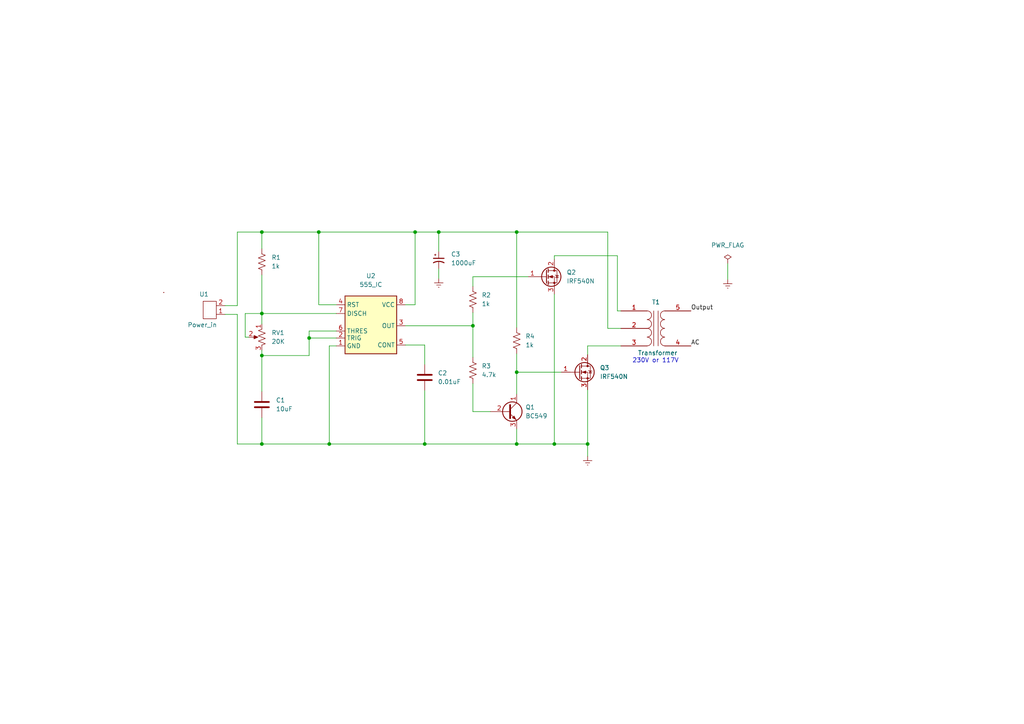
<source format=kicad_sch>
(kicad_sch (version 20211123) (generator eeschema)

  (uuid 02d06b34-8c63-47a9-b2c1-0cbdf51fa9c1)

  (paper "A4")

  (title_block
    (title "555 IC")
    (date "2022-05-16")
    (rev "v.1.1")
    (company "zhrzkn")
  )

  (lib_symbols
    (symbol "Device:C" (pin_numbers hide) (pin_names (offset 0.254)) (in_bom yes) (on_board yes)
      (property "Reference" "C" (id 0) (at 0.635 2.54 0)
        (effects (font (size 1.27 1.27)) (justify left))
      )
      (property "Value" "C" (id 1) (at 0.635 -2.54 0)
        (effects (font (size 1.27 1.27)) (justify left))
      )
      (property "Footprint" "" (id 2) (at 0.9652 -3.81 0)
        (effects (font (size 1.27 1.27)) hide)
      )
      (property "Datasheet" "~" (id 3) (at 0 0 0)
        (effects (font (size 1.27 1.27)) hide)
      )
      (property "ki_keywords" "cap capacitor" (id 4) (at 0 0 0)
        (effects (font (size 1.27 1.27)) hide)
      )
      (property "ki_description" "Unpolarized capacitor" (id 5) (at 0 0 0)
        (effects (font (size 1.27 1.27)) hide)
      )
      (property "ki_fp_filters" "C_*" (id 6) (at 0 0 0)
        (effects (font (size 1.27 1.27)) hide)
      )
      (symbol "C_0_1"
        (polyline
          (pts
            (xy -2.032 -0.762)
            (xy 2.032 -0.762)
          )
          (stroke (width 0.508) (type default) (color 0 0 0 0))
          (fill (type none))
        )
        (polyline
          (pts
            (xy -2.032 0.762)
            (xy 2.032 0.762)
          )
          (stroke (width 0.508) (type default) (color 0 0 0 0))
          (fill (type none))
        )
      )
      (symbol "C_1_1"
        (pin passive line (at 0 3.81 270) (length 2.794)
          (name "~" (effects (font (size 1.27 1.27))))
          (number "1" (effects (font (size 1.27 1.27))))
        )
        (pin passive line (at 0 -3.81 90) (length 2.794)
          (name "~" (effects (font (size 1.27 1.27))))
          (number "2" (effects (font (size 1.27 1.27))))
        )
      )
    )
    (symbol "Device:C_Polarized_Small_US" (pin_numbers hide) (pin_names (offset 0.254) hide) (in_bom yes) (on_board yes)
      (property "Reference" "C" (id 0) (at 0.254 1.778 0)
        (effects (font (size 1.27 1.27)) (justify left))
      )
      (property "Value" "C_Polarized_Small_US" (id 1) (at 0.254 -2.032 0)
        (effects (font (size 1.27 1.27)) (justify left))
      )
      (property "Footprint" "" (id 2) (at 0 0 0)
        (effects (font (size 1.27 1.27)) hide)
      )
      (property "Datasheet" "~" (id 3) (at 0 0 0)
        (effects (font (size 1.27 1.27)) hide)
      )
      (property "ki_keywords" "cap capacitor" (id 4) (at 0 0 0)
        (effects (font (size 1.27 1.27)) hide)
      )
      (property "ki_description" "Polarized capacitor, small US symbol" (id 5) (at 0 0 0)
        (effects (font (size 1.27 1.27)) hide)
      )
      (property "ki_fp_filters" "CP_*" (id 6) (at 0 0 0)
        (effects (font (size 1.27 1.27)) hide)
      )
      (symbol "C_Polarized_Small_US_0_1"
        (polyline
          (pts
            (xy -1.524 0.508)
            (xy 1.524 0.508)
          )
          (stroke (width 0.3048) (type default) (color 0 0 0 0))
          (fill (type none))
        )
        (polyline
          (pts
            (xy -1.27 1.524)
            (xy -0.762 1.524)
          )
          (stroke (width 0) (type default) (color 0 0 0 0))
          (fill (type none))
        )
        (polyline
          (pts
            (xy -1.016 1.27)
            (xy -1.016 1.778)
          )
          (stroke (width 0) (type default) (color 0 0 0 0))
          (fill (type none))
        )
        (arc (start 1.524 -0.762) (mid 0 -0.3734) (end -1.524 -0.762)
          (stroke (width 0.3048) (type default) (color 0 0 0 0))
          (fill (type none))
        )
      )
      (symbol "C_Polarized_Small_US_1_1"
        (pin passive line (at 0 2.54 270) (length 2.032)
          (name "~" (effects (font (size 1.27 1.27))))
          (number "1" (effects (font (size 1.27 1.27))))
        )
        (pin passive line (at 0 -2.54 90) (length 2.032)
          (name "~" (effects (font (size 1.27 1.27))))
          (number "2" (effects (font (size 1.27 1.27))))
        )
      )
    )
    (symbol "Device:R_Potentiometer_US" (pin_names (offset 1.016) hide) (in_bom yes) (on_board yes)
      (property "Reference" "RV" (id 0) (at -4.445 0 90)
        (effects (font (size 1.27 1.27)))
      )
      (property "Value" "R_Potentiometer_US" (id 1) (at -2.54 0 90)
        (effects (font (size 1.27 1.27)))
      )
      (property "Footprint" "" (id 2) (at 0 0 0)
        (effects (font (size 1.27 1.27)) hide)
      )
      (property "Datasheet" "~" (id 3) (at 0 0 0)
        (effects (font (size 1.27 1.27)) hide)
      )
      (property "ki_keywords" "resistor variable" (id 4) (at 0 0 0)
        (effects (font (size 1.27 1.27)) hide)
      )
      (property "ki_description" "Potentiometer, US symbol" (id 5) (at 0 0 0)
        (effects (font (size 1.27 1.27)) hide)
      )
      (property "ki_fp_filters" "Potentiometer*" (id 6) (at 0 0 0)
        (effects (font (size 1.27 1.27)) hide)
      )
      (symbol "R_Potentiometer_US_0_1"
        (polyline
          (pts
            (xy 0 -2.286)
            (xy 0 -2.54)
          )
          (stroke (width 0) (type default) (color 0 0 0 0))
          (fill (type none))
        )
        (polyline
          (pts
            (xy 0 2.54)
            (xy 0 2.286)
          )
          (stroke (width 0) (type default) (color 0 0 0 0))
          (fill (type none))
        )
        (polyline
          (pts
            (xy 2.54 0)
            (xy 1.524 0)
          )
          (stroke (width 0) (type default) (color 0 0 0 0))
          (fill (type none))
        )
        (polyline
          (pts
            (xy 1.143 0)
            (xy 2.286 0.508)
            (xy 2.286 -0.508)
            (xy 1.143 0)
          )
          (stroke (width 0) (type default) (color 0 0 0 0))
          (fill (type outline))
        )
        (polyline
          (pts
            (xy 0 -0.762)
            (xy 1.016 -1.143)
            (xy 0 -1.524)
            (xy -1.016 -1.905)
            (xy 0 -2.286)
          )
          (stroke (width 0) (type default) (color 0 0 0 0))
          (fill (type none))
        )
        (polyline
          (pts
            (xy 0 0.762)
            (xy 1.016 0.381)
            (xy 0 0)
            (xy -1.016 -0.381)
            (xy 0 -0.762)
          )
          (stroke (width 0) (type default) (color 0 0 0 0))
          (fill (type none))
        )
        (polyline
          (pts
            (xy 0 2.286)
            (xy 1.016 1.905)
            (xy 0 1.524)
            (xy -1.016 1.143)
            (xy 0 0.762)
          )
          (stroke (width 0) (type default) (color 0 0 0 0))
          (fill (type none))
        )
      )
      (symbol "R_Potentiometer_US_1_1"
        (pin passive line (at 0 3.81 270) (length 1.27)
          (name "1" (effects (font (size 1.27 1.27))))
          (number "1" (effects (font (size 1.27 1.27))))
        )
        (pin passive line (at 3.81 0 180) (length 1.27)
          (name "2" (effects (font (size 1.27 1.27))))
          (number "2" (effects (font (size 1.27 1.27))))
        )
        (pin passive line (at 0 -3.81 90) (length 1.27)
          (name "3" (effects (font (size 1.27 1.27))))
          (number "3" (effects (font (size 1.27 1.27))))
        )
      )
    )
    (symbol "Device:R_US" (pin_numbers hide) (pin_names (offset 0)) (in_bom yes) (on_board yes)
      (property "Reference" "R" (id 0) (at 2.54 0 90)
        (effects (font (size 1.27 1.27)))
      )
      (property "Value" "R_US" (id 1) (at -2.54 0 90)
        (effects (font (size 1.27 1.27)))
      )
      (property "Footprint" "" (id 2) (at 1.016 -0.254 90)
        (effects (font (size 1.27 1.27)) hide)
      )
      (property "Datasheet" "~" (id 3) (at 0 0 0)
        (effects (font (size 1.27 1.27)) hide)
      )
      (property "ki_keywords" "R res resistor" (id 4) (at 0 0 0)
        (effects (font (size 1.27 1.27)) hide)
      )
      (property "ki_description" "Resistor, US symbol" (id 5) (at 0 0 0)
        (effects (font (size 1.27 1.27)) hide)
      )
      (property "ki_fp_filters" "R_*" (id 6) (at 0 0 0)
        (effects (font (size 1.27 1.27)) hide)
      )
      (symbol "R_US_0_1"
        (polyline
          (pts
            (xy 0 -2.286)
            (xy 0 -2.54)
          )
          (stroke (width 0) (type default) (color 0 0 0 0))
          (fill (type none))
        )
        (polyline
          (pts
            (xy 0 2.286)
            (xy 0 2.54)
          )
          (stroke (width 0) (type default) (color 0 0 0 0))
          (fill (type none))
        )
        (polyline
          (pts
            (xy 0 -0.762)
            (xy 1.016 -1.143)
            (xy 0 -1.524)
            (xy -1.016 -1.905)
            (xy 0 -2.286)
          )
          (stroke (width 0) (type default) (color 0 0 0 0))
          (fill (type none))
        )
        (polyline
          (pts
            (xy 0 0.762)
            (xy 1.016 0.381)
            (xy 0 0)
            (xy -1.016 -0.381)
            (xy 0 -0.762)
          )
          (stroke (width 0) (type default) (color 0 0 0 0))
          (fill (type none))
        )
        (polyline
          (pts
            (xy 0 2.286)
            (xy 1.016 1.905)
            (xy 0 1.524)
            (xy -1.016 1.143)
            (xy 0 0.762)
          )
          (stroke (width 0) (type default) (color 0 0 0 0))
          (fill (type none))
        )
      )
      (symbol "R_US_1_1"
        (pin passive line (at 0 3.81 270) (length 1.27)
          (name "~" (effects (font (size 1.27 1.27))))
          (number "1" (effects (font (size 1.27 1.27))))
        )
        (pin passive line (at 0 -3.81 90) (length 1.27)
          (name "~" (effects (font (size 1.27 1.27))))
          (number "2" (effects (font (size 1.27 1.27))))
        )
      )
    )
    (symbol "Device:Transformer_SP_1S" (pin_names (offset 1.016) hide) (in_bom yes) (on_board yes)
      (property "Reference" "T" (id 0) (at 0 6.35 0)
        (effects (font (size 1.27 1.27)))
      )
      (property "Value" "Transformer_SP_1S" (id 1) (at 0 -7.62 0)
        (effects (font (size 1.27 1.27)))
      )
      (property "Footprint" "" (id 2) (at 0 0 0)
        (effects (font (size 1.27 1.27)) hide)
      )
      (property "Datasheet" "~" (id 3) (at 0 0 0)
        (effects (font (size 1.27 1.27)) hide)
      )
      (property "ki_keywords" "transformer coil magnet" (id 4) (at 0 0 0)
        (effects (font (size 1.27 1.27)) hide)
      )
      (property "ki_description" "Transformer, split primary, single secondary" (id 5) (at 0 0 0)
        (effects (font (size 1.27 1.27)) hide)
      )
      (symbol "Transformer_SP_1S_0_1"
        (arc (start -2.54 -5.0546) (mid -1.6599 -4.6901) (end -1.27 -3.81)
          (stroke (width 0) (type default) (color 0 0 0 0))
          (fill (type none))
        )
        (arc (start -2.54 -2.5146) (mid -1.6599 -2.1501) (end -1.27 -1.27)
          (stroke (width 0) (type default) (color 0 0 0 0))
          (fill (type none))
        )
        (arc (start -2.54 0.0254) (mid -1.6599 0.3899) (end -1.27 1.27)
          (stroke (width 0) (type default) (color 0 0 0 0))
          (fill (type none))
        )
        (arc (start -2.54 2.5654) (mid -1.6599 2.9299) (end -1.27 3.81)
          (stroke (width 0) (type default) (color 0 0 0 0))
          (fill (type none))
        )
        (arc (start -1.27 -3.81) (mid -1.642 -2.912) (end -2.54 -2.54)
          (stroke (width 0) (type default) (color 0 0 0 0))
          (fill (type none))
        )
        (arc (start -1.27 -1.27) (mid -1.642 -0.372) (end -2.54 0)
          (stroke (width 0) (type default) (color 0 0 0 0))
          (fill (type none))
        )
        (arc (start -1.27 1.27) (mid -1.642 2.168) (end -2.54 2.54)
          (stroke (width 0) (type default) (color 0 0 0 0))
          (fill (type none))
        )
        (arc (start -1.27 3.81) (mid -1.642 4.708) (end -2.54 5.08)
          (stroke (width 0) (type default) (color 0 0 0 0))
          (fill (type none))
        )
        (polyline
          (pts
            (xy -0.635 5.08)
            (xy -0.635 -5.08)
          )
          (stroke (width 0) (type default) (color 0 0 0 0))
          (fill (type none))
        )
        (polyline
          (pts
            (xy 0.635 -5.08)
            (xy 0.635 5.08)
          )
          (stroke (width 0) (type default) (color 0 0 0 0))
          (fill (type none))
        )
        (arc (start 1.2954 -1.27) (mid 1.6599 -2.1501) (end 2.54 -2.5146)
          (stroke (width 0) (type default) (color 0 0 0 0))
          (fill (type none))
        )
        (arc (start 1.2954 1.27) (mid 1.6599 0.3899) (end 2.54 0.0254)
          (stroke (width 0) (type default) (color 0 0 0 0))
          (fill (type none))
        )
        (arc (start 1.2954 3.81) (mid 1.6599 2.9299) (end 2.54 2.5654)
          (stroke (width 0) (type default) (color 0 0 0 0))
          (fill (type none))
        )
        (arc (start 1.3208 -3.81) (mid 1.6853 -4.6901) (end 2.5654 -5.0546)
          (stroke (width 0) (type default) (color 0 0 0 0))
          (fill (type none))
        )
        (arc (start 2.54 0) (mid 1.642 -0.372) (end 1.2954 -1.27)
          (stroke (width 0) (type default) (color 0 0 0 0))
          (fill (type none))
        )
        (arc (start 2.54 2.54) (mid 1.642 2.168) (end 1.2954 1.27)
          (stroke (width 0) (type default) (color 0 0 0 0))
          (fill (type none))
        )
        (arc (start 2.54 5.08) (mid 1.642 4.708) (end 1.2954 3.81)
          (stroke (width 0) (type default) (color 0 0 0 0))
          (fill (type none))
        )
        (arc (start 2.5654 -2.54) (mid 1.6674 -2.912) (end 1.3208 -3.81)
          (stroke (width 0) (type default) (color 0 0 0 0))
          (fill (type none))
        )
      )
      (symbol "Transformer_SP_1S_1_1"
        (pin passive line (at -10.16 5.08 0) (length 7.62)
          (name "PR1" (effects (font (size 1.27 1.27))))
          (number "1" (effects (font (size 1.27 1.27))))
        )
        (pin passive line (at -10.16 0 0) (length 7.62)
          (name "PM" (effects (font (size 1.27 1.27))))
          (number "2" (effects (font (size 1.27 1.27))))
        )
        (pin passive line (at -10.16 -5.08 0) (length 7.62)
          (name "PR2" (effects (font (size 1.27 1.27))))
          (number "3" (effects (font (size 1.27 1.27))))
        )
        (pin passive line (at 10.16 -5.08 180) (length 7.62)
          (name "S1" (effects (font (size 1.27 1.27))))
          (number "4" (effects (font (size 1.27 1.27))))
        )
        (pin passive line (at 10.16 5.08 180) (length 7.62)
          (name "S2" (effects (font (size 1.27 1.27))))
          (number "5" (effects (font (size 1.27 1.27))))
        )
      )
    )
    (symbol "Transistor_BJT:BC549" (pin_names (offset 0) hide) (in_bom yes) (on_board yes)
      (property "Reference" "Q" (id 0) (at 5.08 1.905 0)
        (effects (font (size 1.27 1.27)) (justify left))
      )
      (property "Value" "BC549" (id 1) (at 5.08 0 0)
        (effects (font (size 1.27 1.27)) (justify left))
      )
      (property "Footprint" "Package_TO_SOT_THT:TO-92_Inline" (id 2) (at 5.08 -1.905 0)
        (effects (font (size 1.27 1.27) italic) (justify left) hide)
      )
      (property "Datasheet" "https://www.onsemi.com/pub/Collateral/BC550-D.pdf" (id 3) (at 0 0 0)
        (effects (font (size 1.27 1.27)) (justify left) hide)
      )
      (property "ki_keywords" "NPN Transistor" (id 4) (at 0 0 0)
        (effects (font (size 1.27 1.27)) hide)
      )
      (property "ki_description" "0.1A Ic, 30V Vce, Small Signal NPN Transistor, TO-92" (id 5) (at 0 0 0)
        (effects (font (size 1.27 1.27)) hide)
      )
      (property "ki_fp_filters" "TO?92*" (id 6) (at 0 0 0)
        (effects (font (size 1.27 1.27)) hide)
      )
      (symbol "BC549_0_1"
        (polyline
          (pts
            (xy 0 0)
            (xy 0.635 0)
          )
          (stroke (width 0) (type default) (color 0 0 0 0))
          (fill (type none))
        )
        (polyline
          (pts
            (xy 0.635 0.635)
            (xy 2.54 2.54)
          )
          (stroke (width 0) (type default) (color 0 0 0 0))
          (fill (type none))
        )
        (polyline
          (pts
            (xy 0.635 -0.635)
            (xy 2.54 -2.54)
            (xy 2.54 -2.54)
          )
          (stroke (width 0) (type default) (color 0 0 0 0))
          (fill (type none))
        )
        (polyline
          (pts
            (xy 0.635 1.905)
            (xy 0.635 -1.905)
            (xy 0.635 -1.905)
          )
          (stroke (width 0.508) (type default) (color 0 0 0 0))
          (fill (type none))
        )
        (polyline
          (pts
            (xy 1.27 -1.778)
            (xy 1.778 -1.27)
            (xy 2.286 -2.286)
            (xy 1.27 -1.778)
            (xy 1.27 -1.778)
          )
          (stroke (width 0) (type default) (color 0 0 0 0))
          (fill (type outline))
        )
        (circle (center 1.27 0) (radius 2.8194)
          (stroke (width 0.254) (type default) (color 0 0 0 0))
          (fill (type none))
        )
      )
      (symbol "BC549_1_1"
        (pin passive line (at 2.54 5.08 270) (length 2.54)
          (name "C" (effects (font (size 1.27 1.27))))
          (number "1" (effects (font (size 1.27 1.27))))
        )
        (pin input line (at -5.08 0 0) (length 5.08)
          (name "B" (effects (font (size 1.27 1.27))))
          (number "2" (effects (font (size 1.27 1.27))))
        )
        (pin passive line (at 2.54 -5.08 90) (length 2.54)
          (name "E" (effects (font (size 1.27 1.27))))
          (number "3" (effects (font (size 1.27 1.27))))
        )
      )
    )
    (symbol "Transistor_FET:IRF540N" (pin_names hide) (in_bom yes) (on_board yes)
      (property "Reference" "Q" (id 0) (at 6.35 1.905 0)
        (effects (font (size 1.27 1.27)) (justify left))
      )
      (property "Value" "IRF540N" (id 1) (at 6.35 0 0)
        (effects (font (size 1.27 1.27)) (justify left))
      )
      (property "Footprint" "Package_TO_SOT_THT:TO-220-3_Vertical" (id 2) (at 6.35 -1.905 0)
        (effects (font (size 1.27 1.27) italic) (justify left) hide)
      )
      (property "Datasheet" "http://www.irf.com/product-info/datasheets/data/irf540n.pdf" (id 3) (at 0 0 0)
        (effects (font (size 1.27 1.27)) (justify left) hide)
      )
      (property "ki_keywords" "HEXFET N-Channel MOSFET" (id 4) (at 0 0 0)
        (effects (font (size 1.27 1.27)) hide)
      )
      (property "ki_description" "33A Id, 100V Vds, HEXFET N-Channel MOSFET, TO-220" (id 5) (at 0 0 0)
        (effects (font (size 1.27 1.27)) hide)
      )
      (property "ki_fp_filters" "TO?220*" (id 6) (at 0 0 0)
        (effects (font (size 1.27 1.27)) hide)
      )
      (symbol "IRF540N_0_1"
        (polyline
          (pts
            (xy 0.254 0)
            (xy -2.54 0)
          )
          (stroke (width 0) (type default) (color 0 0 0 0))
          (fill (type none))
        )
        (polyline
          (pts
            (xy 0.254 1.905)
            (xy 0.254 -1.905)
          )
          (stroke (width 0.254) (type default) (color 0 0 0 0))
          (fill (type none))
        )
        (polyline
          (pts
            (xy 0.762 -1.27)
            (xy 0.762 -2.286)
          )
          (stroke (width 0.254) (type default) (color 0 0 0 0))
          (fill (type none))
        )
        (polyline
          (pts
            (xy 0.762 0.508)
            (xy 0.762 -0.508)
          )
          (stroke (width 0.254) (type default) (color 0 0 0 0))
          (fill (type none))
        )
        (polyline
          (pts
            (xy 0.762 2.286)
            (xy 0.762 1.27)
          )
          (stroke (width 0.254) (type default) (color 0 0 0 0))
          (fill (type none))
        )
        (polyline
          (pts
            (xy 2.54 2.54)
            (xy 2.54 1.778)
          )
          (stroke (width 0) (type default) (color 0 0 0 0))
          (fill (type none))
        )
        (polyline
          (pts
            (xy 2.54 -2.54)
            (xy 2.54 0)
            (xy 0.762 0)
          )
          (stroke (width 0) (type default) (color 0 0 0 0))
          (fill (type none))
        )
        (polyline
          (pts
            (xy 0.762 -1.778)
            (xy 3.302 -1.778)
            (xy 3.302 1.778)
            (xy 0.762 1.778)
          )
          (stroke (width 0) (type default) (color 0 0 0 0))
          (fill (type none))
        )
        (polyline
          (pts
            (xy 1.016 0)
            (xy 2.032 0.381)
            (xy 2.032 -0.381)
            (xy 1.016 0)
          )
          (stroke (width 0) (type default) (color 0 0 0 0))
          (fill (type outline))
        )
        (polyline
          (pts
            (xy 2.794 0.508)
            (xy 2.921 0.381)
            (xy 3.683 0.381)
            (xy 3.81 0.254)
          )
          (stroke (width 0) (type default) (color 0 0 0 0))
          (fill (type none))
        )
        (polyline
          (pts
            (xy 3.302 0.381)
            (xy 2.921 -0.254)
            (xy 3.683 -0.254)
            (xy 3.302 0.381)
          )
          (stroke (width 0) (type default) (color 0 0 0 0))
          (fill (type none))
        )
        (circle (center 1.651 0) (radius 2.794)
          (stroke (width 0.254) (type default) (color 0 0 0 0))
          (fill (type none))
        )
        (circle (center 2.54 -1.778) (radius 0.254)
          (stroke (width 0) (type default) (color 0 0 0 0))
          (fill (type outline))
        )
        (circle (center 2.54 1.778) (radius 0.254)
          (stroke (width 0) (type default) (color 0 0 0 0))
          (fill (type outline))
        )
      )
      (symbol "IRF540N_1_1"
        (pin input line (at -5.08 0 0) (length 2.54)
          (name "G" (effects (font (size 1.27 1.27))))
          (number "1" (effects (font (size 1.27 1.27))))
        )
        (pin passive line (at 2.54 5.08 270) (length 2.54)
          (name "D" (effects (font (size 1.27 1.27))))
          (number "2" (effects (font (size 1.27 1.27))))
        )
        (pin passive line (at 2.54 -5.08 90) (length 2.54)
          (name "S" (effects (font (size 1.27 1.27))))
          (number "3" (effects (font (size 1.27 1.27))))
        )
      )
    )
    (symbol "extra_library:555_IC" (in_bom yes) (on_board yes)
      (property "Reference" "U" (id 0) (at 1.524 1.27 0)
        (effects (font (size 1.27 1.27)))
      )
      (property "Value" "555_IC" (id 1) (at 7.366 -18.034 0)
        (effects (font (size 1.27 1.27)))
      )
      (property "Footprint" "" (id 2) (at 0 0 0)
        (effects (font (size 1.27 1.27)) hide)
      )
      (property "Datasheet" "" (id 3) (at 0 0 0)
        (effects (font (size 1.27 1.27)) hide)
      )
      (symbol "555_IC_0_1"
        (rectangle (start 0 0) (end 14.986 -16.764)
          (stroke (width 0.254) (type default) (color 0 0 0 0))
          (fill (type background))
        )
      )
      (symbol "555_IC_1_1"
        (pin power_in line (at -2.54 -14.478 0) (length 2.54)
          (name "GND" (effects (font (size 1.27 1.27))))
          (number "1" (effects (font (size 1.27 1.27))))
        )
        (pin input line (at -2.54 -12.192 0) (length 2.54)
          (name "TRIG" (effects (font (size 1.27 1.27))))
          (number "2" (effects (font (size 1.27 1.27))))
        )
        (pin output line (at 17.526 -8.636 180) (length 2.54)
          (name "OUT" (effects (font (size 1.27 1.27))))
          (number "3" (effects (font (size 1.27 1.27))))
        )
        (pin input line (at -2.54 -2.54 0) (length 2.54)
          (name "RST" (effects (font (size 1.27 1.27))))
          (number "4" (effects (font (size 1.27 1.27))))
        )
        (pin input line (at 17.526 -14.224 180) (length 2.54)
          (name "CONT" (effects (font (size 1.27 1.27))))
          (number "5" (effects (font (size 1.27 1.27))))
        )
        (pin input line (at -2.54 -10.16 0) (length 2.54)
          (name "THRES" (effects (font (size 1.27 1.27))))
          (number "6" (effects (font (size 1.27 1.27))))
        )
        (pin input line (at -2.54 -5.08 0) (length 2.54)
          (name "DISCH" (effects (font (size 1.27 1.27))))
          (number "7" (effects (font (size 1.27 1.27))))
        )
        (pin output line (at 17.526 -2.54 180) (length 2.54)
          (name "VCC" (effects (font (size 1.27 1.27))))
          (number "8" (effects (font (size 1.27 1.27))))
        )
      )
    )
    (symbol "extra_library:Power_in" (in_bom yes) (on_board yes)
      (property "Reference" "U" (id 0) (at -1.27 1.27 0)
        (effects (font (size 1.27 1.27)))
      )
      (property "Value" "Power_in" (id 1) (at 2.54 -6.35 0)
        (effects (font (size 1.27 1.27)))
      )
      (property "Footprint" "" (id 2) (at 0 0 0)
        (effects (font (size 1.27 1.27)) hide)
      )
      (property "Datasheet" "" (id 3) (at 0 0 0)
        (effects (font (size 1.27 1.27)) hide)
      )
      (symbol "Power_in_0_1"
        (rectangle (start 0 0) (end 3.81 -5.08)
          (stroke (width 0) (type default) (color 0 0 0 0))
          (fill (type none))
        )
        (circle (center 15.24 2.54) (radius 0.0001)
          (stroke (width 0) (type default) (color 0 0 0 0))
          (fill (type none))
        )
      )
      (symbol "Power_in_1_1"
        (pin input line (at -2.54 -3.81 0) (length 2.54)
          (name "" (effects (font (size 1.27 1.27))))
          (number "1" (effects (font (size 1.27 1.27))))
        )
        (pin input line (at -2.54 -1.27 0) (length 2.54)
          (name "" (effects (font (size 1.27 1.27))))
          (number "2" (effects (font (size 1.27 1.27))))
        )
      )
    )
    (symbol "power:Earth" (power) (pin_names (offset 0)) (in_bom yes) (on_board yes)
      (property "Reference" "#PWR" (id 0) (at 0 -6.35 0)
        (effects (font (size 1.27 1.27)) hide)
      )
      (property "Value" "Earth" (id 1) (at 0 -3.81 0)
        (effects (font (size 1.27 1.27)) hide)
      )
      (property "Footprint" "" (id 2) (at 0 0 0)
        (effects (font (size 1.27 1.27)) hide)
      )
      (property "Datasheet" "~" (id 3) (at 0 0 0)
        (effects (font (size 1.27 1.27)) hide)
      )
      (property "ki_keywords" "power-flag ground gnd" (id 4) (at 0 0 0)
        (effects (font (size 1.27 1.27)) hide)
      )
      (property "ki_description" "Power symbol creates a global label with name \"Earth\"" (id 5) (at 0 0 0)
        (effects (font (size 1.27 1.27)) hide)
      )
      (symbol "Earth_0_1"
        (polyline
          (pts
            (xy -0.635 -1.905)
            (xy 0.635 -1.905)
          )
          (stroke (width 0) (type default) (color 0 0 0 0))
          (fill (type none))
        )
        (polyline
          (pts
            (xy -0.127 -2.54)
            (xy 0.127 -2.54)
          )
          (stroke (width 0) (type default) (color 0 0 0 0))
          (fill (type none))
        )
        (polyline
          (pts
            (xy 0 -1.27)
            (xy 0 0)
          )
          (stroke (width 0) (type default) (color 0 0 0 0))
          (fill (type none))
        )
        (polyline
          (pts
            (xy 1.27 -1.27)
            (xy -1.27 -1.27)
          )
          (stroke (width 0) (type default) (color 0 0 0 0))
          (fill (type none))
        )
      )
      (symbol "Earth_1_1"
        (pin power_in line (at 0 0 270) (length 0) hide
          (name "Earth" (effects (font (size 1.27 1.27))))
          (number "1" (effects (font (size 1.27 1.27))))
        )
      )
    )
    (symbol "power:PWR_FLAG" (power) (pin_numbers hide) (pin_names (offset 0) hide) (in_bom yes) (on_board yes)
      (property "Reference" "#FLG" (id 0) (at 0 1.905 0)
        (effects (font (size 1.27 1.27)) hide)
      )
      (property "Value" "PWR_FLAG" (id 1) (at 0 3.81 0)
        (effects (font (size 1.27 1.27)))
      )
      (property "Footprint" "" (id 2) (at 0 0 0)
        (effects (font (size 1.27 1.27)) hide)
      )
      (property "Datasheet" "~" (id 3) (at 0 0 0)
        (effects (font (size 1.27 1.27)) hide)
      )
      (property "ki_keywords" "power-flag" (id 4) (at 0 0 0)
        (effects (font (size 1.27 1.27)) hide)
      )
      (property "ki_description" "Special symbol for telling ERC where power comes from" (id 5) (at 0 0 0)
        (effects (font (size 1.27 1.27)) hide)
      )
      (symbol "PWR_FLAG_0_0"
        (pin power_out line (at 0 0 90) (length 0)
          (name "pwr" (effects (font (size 1.27 1.27))))
          (number "1" (effects (font (size 1.27 1.27))))
        )
      )
      (symbol "PWR_FLAG_0_1"
        (polyline
          (pts
            (xy 0 0)
            (xy 0 1.27)
            (xy -1.016 1.905)
            (xy 0 2.54)
            (xy 1.016 1.905)
            (xy 0 1.27)
          )
          (stroke (width 0) (type default) (color 0 0 0 0))
          (fill (type none))
        )
      )
    )
  )

  (junction (at 149.86 67.31) (diameter 0) (color 0 0 0 0)
    (uuid 13cb3abf-e049-444c-8935-7e5e4bbf5510)
  )
  (junction (at 95.504 128.778) (diameter 0) (color 0 0 0 0)
    (uuid 35ab8763-bf98-436e-84d2-c3a825fd5ef6)
  )
  (junction (at 120.396 67.31) (diameter 0) (color 0 0 0 0)
    (uuid 59565757-3d86-4457-85c3-98d7a630b88d)
  )
  (junction (at 92.456 67.31) (diameter 0) (color 0 0 0 0)
    (uuid 59edbafc-26f7-4e5f-ad3d-5e8d70b1fb3e)
  )
  (junction (at 75.946 67.31) (diameter 0) (color 0 0 0 0)
    (uuid 6546f5d7-038b-40a9-a64a-a3ed84254674)
  )
  (junction (at 149.86 128.778) (diameter 0) (color 0 0 0 0)
    (uuid 6a93011b-3695-45bb-acd5-bf1a2d44f159)
  )
  (junction (at 89.662 98.044) (diameter 0) (color 0 0 0 0)
    (uuid 6e8548e5-878e-4465-9ad0-397a0c4a50f2)
  )
  (junction (at 160.782 128.778) (diameter 0) (color 0 0 0 0)
    (uuid 99d0e31f-6315-4630-91db-0f8c5aafee91)
  )
  (junction (at 123.19 128.778) (diameter 0) (color 0 0 0 0)
    (uuid 9dc53a7f-2b1c-4ea7-a13c-8db5584c5730)
  )
  (junction (at 75.946 103.124) (diameter 0) (color 0 0 0 0)
    (uuid a09a5189-34ee-4063-a0c1-2b02d9a7c3b9)
  )
  (junction (at 149.86 107.95) (diameter 0) (color 0 0 0 0)
    (uuid d27cba3d-c3f0-495d-871b-4e5e7dccd642)
  )
  (junction (at 75.946 128.778) (diameter 0) (color 0 0 0 0)
    (uuid dde8ff99-c4db-4061-bf5c-b3858cdf5143)
  )
  (junction (at 127.254 67.31) (diameter 0) (color 0 0 0 0)
    (uuid e16aba42-83df-48b5-a109-b648e7c134e8)
  )
  (junction (at 75.946 90.932) (diameter 0) (color 0 0 0 0)
    (uuid eaf2eae0-ecd4-429b-9533-10df6f00913e)
  )
  (junction (at 170.434 128.778) (diameter 0) (color 0 0 0 0)
    (uuid ebc1bc7a-82e5-401b-a3c6-ef57c198dc5d)
  )
  (junction (at 137.16 94.488) (diameter 0) (color 0 0 0 0)
    (uuid f8b2f930-fedb-4e9b-ab0f-9b6ea9645f1f)
  )

  (wire (pts (xy 71.12 90.932) (xy 71.12 97.79))
    (stroke (width 0) (type default) (color 0 0 0 0))
    (uuid 01ac3e9a-981a-45b0-9acd-9983cf172c3a)
  )
  (wire (pts (xy 137.16 111.252) (xy 137.16 119.38))
    (stroke (width 0) (type default) (color 0 0 0 0))
    (uuid 03e356e2-63c6-4dd2-8e03-827cab98d864)
  )
  (wire (pts (xy 120.396 67.31) (xy 127.254 67.31))
    (stroke (width 0) (type default) (color 0 0 0 0))
    (uuid 07923386-2f55-4e93-8e74-6efdb3b3254a)
  )
  (wire (pts (xy 75.946 128.778) (xy 95.504 128.778))
    (stroke (width 0) (type default) (color 0 0 0 0))
    (uuid 09fd2159-5cd1-44c0-bf7b-e0d9b1799d63)
  )
  (wire (pts (xy 97.536 96.012) (xy 89.662 96.012))
    (stroke (width 0) (type default) (color 0 0 0 0))
    (uuid 16d466e8-a6e9-4ac6-826b-55e4e84b653f)
  )
  (wire (pts (xy 75.946 72.136) (xy 75.946 67.31))
    (stroke (width 0) (type default) (color 0 0 0 0))
    (uuid 18be5271-d7ca-48f6-9f24-d390f77d842c)
  )
  (wire (pts (xy 179.07 74.168) (xy 179.07 90.17))
    (stroke (width 0) (type default) (color 0 0 0 0))
    (uuid 1cc842e0-9ff8-4bb5-aed5-9ecf60283b91)
  )
  (wire (pts (xy 65.278 88.646) (xy 68.834 88.646))
    (stroke (width 0) (type default) (color 0 0 0 0))
    (uuid 1ed95654-6543-4ddc-9b0f-14d0e3664a51)
  )
  (wire (pts (xy 170.434 128.778) (xy 170.434 132.334))
    (stroke (width 0) (type default) (color 0 0 0 0))
    (uuid 1f190b8f-b4ef-4e4b-be1a-1254da533f07)
  )
  (wire (pts (xy 92.456 67.31) (xy 120.396 67.31))
    (stroke (width 0) (type default) (color 0 0 0 0))
    (uuid 1fce852a-21bc-4eef-b500-3cfff66c50cb)
  )
  (wire (pts (xy 95.504 128.778) (xy 123.19 128.778))
    (stroke (width 0) (type default) (color 0 0 0 0))
    (uuid 2667812c-7f8e-4f8d-be9a-45f5853f42fe)
  )
  (wire (pts (xy 149.86 107.95) (xy 149.86 114.3))
    (stroke (width 0) (type default) (color 0 0 0 0))
    (uuid 26733b60-0330-45aa-9a8e-ebc832e2e0f1)
  )
  (wire (pts (xy 123.19 113.284) (xy 123.19 128.778))
    (stroke (width 0) (type default) (color 0 0 0 0))
    (uuid 2de84088-6007-425e-a1b0-4beb348d789b)
  )
  (wire (pts (xy 127.254 77.978) (xy 127.254 80.772))
    (stroke (width 0) (type default) (color 0 0 0 0))
    (uuid 325d0e5a-c833-4e7a-a9e8-0023995515cb)
  )
  (wire (pts (xy 137.16 119.38) (xy 142.24 119.38))
    (stroke (width 0) (type default) (color 0 0 0 0))
    (uuid 341de029-6327-4502-8731-eaa23f686e24)
  )
  (wire (pts (xy 75.946 90.932) (xy 97.536 90.932))
    (stroke (width 0) (type default) (color 0 0 0 0))
    (uuid 34303af7-d13d-4013-9388-374eea8acbd5)
  )
  (wire (pts (xy 97.536 98.044) (xy 89.662 98.044))
    (stroke (width 0) (type default) (color 0 0 0 0))
    (uuid 36338783-b0b7-4efc-9504-b44deb45d8b9)
  )
  (wire (pts (xy 95.504 100.33) (xy 95.504 128.778))
    (stroke (width 0) (type default) (color 0 0 0 0))
    (uuid 3b482c08-9c50-47ce-933a-cd8274907790)
  )
  (wire (pts (xy 127.254 67.31) (xy 149.86 67.31))
    (stroke (width 0) (type default) (color 0 0 0 0))
    (uuid 3d4d8fd8-00ca-42df-a108-0ea8bcc2530f)
  )
  (wire (pts (xy 65.278 91.186) (xy 68.834 91.186))
    (stroke (width 0) (type default) (color 0 0 0 0))
    (uuid 3fd354fc-6415-4a85-a783-1f79b52429b5)
  )
  (wire (pts (xy 123.19 128.778) (xy 149.86 128.778))
    (stroke (width 0) (type default) (color 0 0 0 0))
    (uuid 444e0ced-7190-41c0-be96-8af9b5f7bd51)
  )
  (wire (pts (xy 149.86 94.996) (xy 149.86 67.31))
    (stroke (width 0) (type default) (color 0 0 0 0))
    (uuid 506d8db0-b02e-4403-a8dc-bcb193027916)
  )
  (wire (pts (xy 75.946 121.158) (xy 75.946 128.778))
    (stroke (width 0) (type default) (color 0 0 0 0))
    (uuid 5256cfe1-a6aa-4376-ac51-ef1e6987fa7a)
  )
  (wire (pts (xy 117.602 94.488) (xy 137.16 94.488))
    (stroke (width 0) (type default) (color 0 0 0 0))
    (uuid 545eaa6e-e38b-4c8a-b55d-fd8af572d05b)
  )
  (wire (pts (xy 123.19 100.076) (xy 117.602 100.076))
    (stroke (width 0) (type default) (color 0 0 0 0))
    (uuid 54b12a82-bbe1-473f-ab1d-713a0d5e5d2e)
  )
  (wire (pts (xy 176.276 67.31) (xy 149.86 67.31))
    (stroke (width 0) (type default) (color 0 0 0 0))
    (uuid 5941280a-e97f-4585-8dbc-54d36d479cc4)
  )
  (wire (pts (xy 160.782 85.344) (xy 160.782 128.778))
    (stroke (width 0) (type default) (color 0 0 0 0))
    (uuid 5bf39a8f-7b0f-4e9c-8528-b031a21befbb)
  )
  (wire (pts (xy 180.086 95.25) (xy 176.276 95.25))
    (stroke (width 0) (type default) (color 0 0 0 0))
    (uuid 61c53f21-4737-4f47-934d-a36e485521f7)
  )
  (wire (pts (xy 68.834 91.186) (xy 68.834 128.778))
    (stroke (width 0) (type default) (color 0 0 0 0))
    (uuid 629ce35f-d672-4daa-9f97-698fcb4d3870)
  )
  (wire (pts (xy 120.396 88.392) (xy 120.396 67.31))
    (stroke (width 0) (type default) (color 0 0 0 0))
    (uuid 632c7810-f830-4def-be83-6b2f86669611)
  )
  (wire (pts (xy 127.254 67.31) (xy 127.254 72.898))
    (stroke (width 0) (type default) (color 0 0 0 0))
    (uuid 6331705f-f559-4540-8737-6354070e5212)
  )
  (wire (pts (xy 180.086 100.33) (xy 170.434 100.33))
    (stroke (width 0) (type default) (color 0 0 0 0))
    (uuid 63a522fe-aca9-4eb7-8d0d-2d440005a194)
  )
  (wire (pts (xy 211.074 76.454) (xy 211.074 81.026))
    (stroke (width 0) (type default) (color 0 0 0 0))
    (uuid 6491eb67-93d0-48c4-b908-40d52628ffe6)
  )
  (wire (pts (xy 137.16 80.264) (xy 153.162 80.264))
    (stroke (width 0) (type default) (color 0 0 0 0))
    (uuid 671f351f-d03a-405b-a20f-fd78961a210f)
  )
  (wire (pts (xy 89.662 96.012) (xy 89.662 98.044))
    (stroke (width 0) (type default) (color 0 0 0 0))
    (uuid 6d7da676-9493-4660-9fe8-9912634a0a6a)
  )
  (wire (pts (xy 149.86 102.616) (xy 149.86 107.95))
    (stroke (width 0) (type default) (color 0 0 0 0))
    (uuid 73887e49-ae80-4426-9313-8b75d0df60f8)
  )
  (wire (pts (xy 149.86 124.46) (xy 149.86 128.778))
    (stroke (width 0) (type default) (color 0 0 0 0))
    (uuid 78b4c27c-f471-4c4d-8a11-0ea9ef23e109)
  )
  (wire (pts (xy 75.946 79.756) (xy 75.946 90.932))
    (stroke (width 0) (type default) (color 0 0 0 0))
    (uuid 7ac7ddf9-ce3a-4072-bf5a-31ddce4d250d)
  )
  (wire (pts (xy 89.662 103.124) (xy 75.946 103.124))
    (stroke (width 0) (type default) (color 0 0 0 0))
    (uuid 8a21d00c-08a2-4acc-9f14-6b982371a826)
  )
  (wire (pts (xy 137.16 94.488) (xy 137.16 103.632))
    (stroke (width 0) (type default) (color 0 0 0 0))
    (uuid 8ca3757c-d86c-43c7-9531-1bf205fe2693)
  )
  (wire (pts (xy 123.19 105.664) (xy 123.19 100.076))
    (stroke (width 0) (type default) (color 0 0 0 0))
    (uuid 8fc5dc02-4d65-4ced-991a-519effa55629)
  )
  (wire (pts (xy 97.536 100.33) (xy 95.504 100.33))
    (stroke (width 0) (type default) (color 0 0 0 0))
    (uuid 989eebfe-1e86-486a-a087-8b75587e285b)
  )
  (wire (pts (xy 75.946 90.932) (xy 75.946 93.98))
    (stroke (width 0) (type default) (color 0 0 0 0))
    (uuid 9a358b0f-df07-4544-8161-60c1f2314606)
  )
  (wire (pts (xy 68.834 128.778) (xy 75.946 128.778))
    (stroke (width 0) (type default) (color 0 0 0 0))
    (uuid 9cf93e72-5291-45e1-bcfa-2146318bdfab)
  )
  (wire (pts (xy 75.946 103.124) (xy 75.946 113.538))
    (stroke (width 0) (type default) (color 0 0 0 0))
    (uuid a3fb63f5-ec98-4f59-aa07-29e29931fdab)
  )
  (wire (pts (xy 68.834 67.31) (xy 75.946 67.31))
    (stroke (width 0) (type default) (color 0 0 0 0))
    (uuid a7ac254a-9e5d-415c-9223-d83124541a3e)
  )
  (wire (pts (xy 176.276 95.25) (xy 176.276 67.31))
    (stroke (width 0) (type default) (color 0 0 0 0))
    (uuid ab9f0bc9-baa3-4d27-8baa-24d2b328263d)
  )
  (wire (pts (xy 179.07 90.17) (xy 180.086 90.17))
    (stroke (width 0) (type default) (color 0 0 0 0))
    (uuid abdf5821-1f18-485b-82da-fcc0bdd18bcd)
  )
  (wire (pts (xy 170.434 100.33) (xy 170.434 102.87))
    (stroke (width 0) (type default) (color 0 0 0 0))
    (uuid b01abeb6-703e-447d-b597-d795e988b3cc)
  )
  (wire (pts (xy 89.662 98.044) (xy 89.662 103.124))
    (stroke (width 0) (type default) (color 0 0 0 0))
    (uuid b18cb3a3-7883-4c33-9569-804758016a99)
  )
  (wire (pts (xy 117.602 88.392) (xy 120.396 88.392))
    (stroke (width 0) (type default) (color 0 0 0 0))
    (uuid b2d4ef6a-8496-4f91-9c20-9b04c63bae21)
  )
  (wire (pts (xy 160.782 74.168) (xy 179.07 74.168))
    (stroke (width 0) (type default) (color 0 0 0 0))
    (uuid c136b3f4-0153-4728-8fb1-b30f572a31bb)
  )
  (wire (pts (xy 68.834 88.646) (xy 68.834 67.31))
    (stroke (width 0) (type default) (color 0 0 0 0))
    (uuid cf456527-3511-4603-9912-657449cb0a59)
  )
  (wire (pts (xy 71.12 97.79) (xy 72.136 97.79))
    (stroke (width 0) (type default) (color 0 0 0 0))
    (uuid d4163552-5b11-4791-82fa-548c80c83b9a)
  )
  (wire (pts (xy 170.434 113.03) (xy 170.434 128.778))
    (stroke (width 0) (type default) (color 0 0 0 0))
    (uuid d5dffa11-debe-4216-91e4-29d850f7e87c)
  )
  (wire (pts (xy 149.86 128.778) (xy 160.782 128.778))
    (stroke (width 0) (type default) (color 0 0 0 0))
    (uuid dbedf9dc-a3ec-40d6-ad6c-482d77a54dcc)
  )
  (wire (pts (xy 137.16 90.678) (xy 137.16 94.488))
    (stroke (width 0) (type default) (color 0 0 0 0))
    (uuid e5a3ce77-a626-4f15-9413-c7aaeb192449)
  )
  (wire (pts (xy 92.456 88.392) (xy 92.456 67.31))
    (stroke (width 0) (type default) (color 0 0 0 0))
    (uuid e5f106d3-969e-499c-8a38-a0083af1c65f)
  )
  (wire (pts (xy 75.946 67.31) (xy 92.456 67.31))
    (stroke (width 0) (type default) (color 0 0 0 0))
    (uuid e931b02c-ac07-42ba-a747-11fd46e1b52e)
  )
  (wire (pts (xy 137.16 83.058) (xy 137.16 80.264))
    (stroke (width 0) (type default) (color 0 0 0 0))
    (uuid ea293a08-7abd-491b-b941-a5e03d3662bb)
  )
  (wire (pts (xy 97.536 88.392) (xy 92.456 88.392))
    (stroke (width 0) (type default) (color 0 0 0 0))
    (uuid ef6ed447-b961-49e1-88e6-4888b4f4c1cd)
  )
  (wire (pts (xy 71.12 90.932) (xy 75.946 90.932))
    (stroke (width 0) (type default) (color 0 0 0 0))
    (uuid f043f35f-7c4b-40bb-9b6d-fa13a53578d8)
  )
  (wire (pts (xy 160.782 75.184) (xy 160.782 74.168))
    (stroke (width 0) (type default) (color 0 0 0 0))
    (uuid f3444d97-d155-4e0a-a4bf-53c9ee2ec98f)
  )
  (wire (pts (xy 149.86 107.95) (xy 162.814 107.95))
    (stroke (width 0) (type default) (color 0 0 0 0))
    (uuid f4e64169-06f0-4134-8a2c-8ed9168d13c7)
  )
  (wire (pts (xy 75.946 101.6) (xy 75.946 103.124))
    (stroke (width 0) (type default) (color 0 0 0 0))
    (uuid f6754c11-b6ef-4836-9cdf-c3c9f61b77f1)
  )
  (wire (pts (xy 160.782 128.778) (xy 170.434 128.778))
    (stroke (width 0) (type default) (color 0 0 0 0))
    (uuid fb741e52-8a73-4e53-9ebc-56018f7b1c69)
  )

  (text "230V or 117V\n" (at 183.388 105.41 0)
    (effects (font (size 1.27 1.27)) (justify left bottom))
    (uuid 52a62746-65e1-4997-9a6e-da2e7fe70bb2)
  )

  (label "Output" (at 200.406 90.17 0)
    (effects (font (size 1.27 1.27)) (justify left bottom))
    (uuid 21db541f-6005-4f68-9718-44fc7f3534ea)
  )
  (label "AC" (at 200.406 100.33 0)
    (effects (font (size 1.27 1.27)) (justify left bottom))
    (uuid 2c607de8-91e6-4f3c-a36a-71135343e78c)
  )

  (symbol (lib_id "Transistor_BJT:BC549") (at 147.32 119.38 0) (unit 1)
    (in_bom yes) (on_board yes) (fields_autoplaced)
    (uuid 0167b8d6-b791-4a10-9571-d18182657767)
    (property "Reference" "Q1" (id 0) (at 152.4 118.1099 0)
      (effects (font (size 1.27 1.27)) (justify left))
    )
    (property "Value" "BC549" (id 1) (at 152.4 120.6499 0)
      (effects (font (size 1.27 1.27)) (justify left))
    )
    (property "Footprint" "Package_TO_SOT_THT:TO-92_Inline" (id 2) (at 152.4 121.285 0)
      (effects (font (size 1.27 1.27) italic) (justify left) hide)
    )
    (property "Datasheet" "https://www.onsemi.com/pub/Collateral/BC550-D.pdf" (id 3) (at 147.32 119.38 0)
      (effects (font (size 1.27 1.27)) (justify left) hide)
    )
    (pin "1" (uuid 91b68045-9bd0-42d3-afb4-60f4ee7c0604))
    (pin "2" (uuid 8a0985be-895c-4c69-ac5c-b648e52bef08))
    (pin "3" (uuid 59c1545b-060b-4cae-ad76-84f28469e811))
  )

  (symbol (lib_id "Device:R_US") (at 137.16 86.868 0) (unit 1)
    (in_bom yes) (on_board yes) (fields_autoplaced)
    (uuid 03350c70-f324-4d43-bb20-0b355fef323e)
    (property "Reference" "R2" (id 0) (at 139.7 85.5979 0)
      (effects (font (size 1.27 1.27)) (justify left))
    )
    (property "Value" "1k" (id 1) (at 139.7 88.1379 0)
      (effects (font (size 1.27 1.27)) (justify left))
    )
    (property "Footprint" "Resistor_THT:R_Axial_DIN0204_L3.6mm_D1.6mm_P5.08mm_Horizontal" (id 2) (at 138.176 87.122 90)
      (effects (font (size 1.27 1.27)) hide)
    )
    (property "Datasheet" "~" (id 3) (at 137.16 86.868 0)
      (effects (font (size 1.27 1.27)) hide)
    )
    (pin "1" (uuid 24885aeb-dc09-4501-8d49-c164c0123679))
    (pin "2" (uuid 9996dca5-a7c4-4c96-ac19-92520b532629))
  )

  (symbol (lib_id "Device:C") (at 123.19 109.474 0) (unit 1)
    (in_bom yes) (on_board yes) (fields_autoplaced)
    (uuid 08a98466-d47d-4c11-8490-029329528a18)
    (property "Reference" "C2" (id 0) (at 127 108.2039 0)
      (effects (font (size 1.27 1.27)) (justify left))
    )
    (property "Value" "0.01uF" (id 1) (at 127 110.7439 0)
      (effects (font (size 1.27 1.27)) (justify left))
    )
    (property "Footprint" "Capacitor_THT:CP_Radial_D10.0mm_P3.50mm" (id 2) (at 124.1552 113.284 0)
      (effects (font (size 1.27 1.27)) hide)
    )
    (property "Datasheet" "~" (id 3) (at 123.19 109.474 0)
      (effects (font (size 1.27 1.27)) hide)
    )
    (pin "1" (uuid 38077200-bb9c-4799-9238-dbd1ddc96293))
    (pin "2" (uuid 5194dcf2-5081-4595-b5a3-ae2e7e70d7be))
  )

  (symbol (lib_id "extra_library:Power_in") (at 62.738 87.376 0) (mirror y) (unit 1)
    (in_bom yes) (on_board yes)
    (uuid 08ed7ee2-7689-4aed-87be-47b00e4e4512)
    (property "Reference" "U1" (id 0) (at 59.182 85.344 0))
    (property "Value" "Power_in" (id 1) (at 58.674 94.234 0))
    (property "Footprint" "TerminalBlock:TerminalBlock_bornier-2_P5.08mm" (id 2) (at 62.738 87.376 0)
      (effects (font (size 1.27 1.27)) hide)
    )
    (property "Datasheet" "" (id 3) (at 62.738 87.376 0)
      (effects (font (size 1.27 1.27)) hide)
    )
    (pin "1" (uuid 63c8a0a7-c23c-403e-8492-190eacc74fdc))
    (pin "2" (uuid cfb5e294-192b-4fc0-b971-5ad76e128246))
  )

  (symbol (lib_id "power:Earth") (at 211.074 81.026 0) (unit 1)
    (in_bom yes) (on_board yes) (fields_autoplaced)
    (uuid 40314174-d094-4a24-aaee-8fb1b32a564e)
    (property "Reference" "#PWR03" (id 0) (at 211.074 87.376 0)
      (effects (font (size 1.27 1.27)) hide)
    )
    (property "Value" "Earth" (id 1) (at 211.074 84.836 0)
      (effects (font (size 1.27 1.27)) hide)
    )
    (property "Footprint" "" (id 2) (at 211.074 81.026 0)
      (effects (font (size 1.27 1.27)) hide)
    )
    (property "Datasheet" "~" (id 3) (at 211.074 81.026 0)
      (effects (font (size 1.27 1.27)) hide)
    )
    (pin "1" (uuid b9aa5499-acd1-4f5c-9670-2a84685c0f1a))
  )

  (symbol (lib_id "Device:C_Polarized_Small_US") (at 127.254 75.438 0) (unit 1)
    (in_bom yes) (on_board yes) (fields_autoplaced)
    (uuid 519e3735-c3cc-4811-a96c-e97c03b08e66)
    (property "Reference" "C3" (id 0) (at 130.81 73.7361 0)
      (effects (font (size 1.27 1.27)) (justify left))
    )
    (property "Value" "1000uF" (id 1) (at 130.81 76.2761 0)
      (effects (font (size 1.27 1.27)) (justify left))
    )
    (property "Footprint" "Capacitor_THT:C_Disc_D4.7mm_W2.5mm_P5.00mm" (id 2) (at 127.254 75.438 0)
      (effects (font (size 1.27 1.27)) hide)
    )
    (property "Datasheet" "~" (id 3) (at 127.254 75.438 0)
      (effects (font (size 1.27 1.27)) hide)
    )
    (pin "1" (uuid 285b6bb3-07a7-4353-8455-de65af20e5f5))
    (pin "2" (uuid 58d9a9df-4865-48fb-bf11-2f00ae63c3fa))
  )

  (symbol (lib_id "Device:R_US") (at 75.946 75.946 0) (unit 1)
    (in_bom yes) (on_board yes) (fields_autoplaced)
    (uuid 76f4858e-9fbd-4b37-9361-7b231cc379c6)
    (property "Reference" "R1" (id 0) (at 78.74 74.6759 0)
      (effects (font (size 1.27 1.27)) (justify left))
    )
    (property "Value" "1k" (id 1) (at 78.74 77.2159 0)
      (effects (font (size 1.27 1.27)) (justify left))
    )
    (property "Footprint" "Resistor_THT:R_Axial_DIN0204_L3.6mm_D1.6mm_P5.08mm_Horizontal" (id 2) (at 76.962 76.2 90)
      (effects (font (size 1.27 1.27)) hide)
    )
    (property "Datasheet" "~" (id 3) (at 75.946 75.946 0)
      (effects (font (size 1.27 1.27)) hide)
    )
    (pin "1" (uuid fec7060d-8ae5-4ef6-8428-9528a20763a9))
    (pin "2" (uuid 82d479dc-3a37-4aa2-9df0-c29f49234825))
  )

  (symbol (lib_id "power:PWR_FLAG") (at 211.074 76.454 0) (unit 1)
    (in_bom yes) (on_board yes) (fields_autoplaced)
    (uuid 8a605132-12fd-4c60-b226-252154c92560)
    (property "Reference" "#FLG01" (id 0) (at 211.074 74.549 0)
      (effects (font (size 1.27 1.27)) hide)
    )
    (property "Value" "PWR_FLAG" (id 1) (at 211.074 71.12 0))
    (property "Footprint" "" (id 2) (at 211.074 76.454 0)
      (effects (font (size 1.27 1.27)) hide)
    )
    (property "Datasheet" "~" (id 3) (at 211.074 76.454 0)
      (effects (font (size 1.27 1.27)) hide)
    )
    (pin "1" (uuid 7acdc10d-fba7-49ef-b3fd-59bc747878da))
  )

  (symbol (lib_id "Device:R_US") (at 149.86 98.806 0) (unit 1)
    (in_bom yes) (on_board yes) (fields_autoplaced)
    (uuid 90d1748c-6791-4d8e-a85a-d0ceccf4b7fa)
    (property "Reference" "R4" (id 0) (at 152.4 97.5359 0)
      (effects (font (size 1.27 1.27)) (justify left))
    )
    (property "Value" "1k" (id 1) (at 152.4 100.0759 0)
      (effects (font (size 1.27 1.27)) (justify left))
    )
    (property "Footprint" "Resistor_THT:R_Axial_DIN0204_L3.6mm_D1.6mm_P5.08mm_Horizontal" (id 2) (at 150.876 99.06 90)
      (effects (font (size 1.27 1.27)) hide)
    )
    (property "Datasheet" "~" (id 3) (at 149.86 98.806 0)
      (effects (font (size 1.27 1.27)) hide)
    )
    (pin "1" (uuid 6d6f9494-d416-498c-8e00-93e3ab457569))
    (pin "2" (uuid 356484af-5f96-465c-88de-3b47a1895750))
  )

  (symbol (lib_id "Device:R_US") (at 137.16 107.442 0) (unit 1)
    (in_bom yes) (on_board yes) (fields_autoplaced)
    (uuid 973ccbde-066c-495a-8dba-eb266ea62945)
    (property "Reference" "R3" (id 0) (at 139.7 106.1719 0)
      (effects (font (size 1.27 1.27)) (justify left))
    )
    (property "Value" "4.7k" (id 1) (at 139.7 108.7119 0)
      (effects (font (size 1.27 1.27)) (justify left))
    )
    (property "Footprint" "Resistor_THT:R_Axial_DIN0204_L3.6mm_D1.6mm_P5.08mm_Horizontal" (id 2) (at 138.176 107.696 90)
      (effects (font (size 1.27 1.27)) hide)
    )
    (property "Datasheet" "~" (id 3) (at 137.16 107.442 0)
      (effects (font (size 1.27 1.27)) hide)
    )
    (pin "1" (uuid 806bcc60-1636-4cee-8d90-3f9047126962))
    (pin "2" (uuid 591114d3-0778-49c2-be89-a3fd419ec514))
  )

  (symbol (lib_id "Transistor_FET:IRF540N") (at 158.242 80.264 0) (unit 1)
    (in_bom yes) (on_board yes) (fields_autoplaced)
    (uuid a17e7f44-ad95-414c-a2ba-fb07a6897a34)
    (property "Reference" "Q2" (id 0) (at 164.338 78.9939 0)
      (effects (font (size 1.27 1.27)) (justify left))
    )
    (property "Value" "IRF540N" (id 1) (at 164.338 81.5339 0)
      (effects (font (size 1.27 1.27)) (justify left))
    )
    (property "Footprint" "Package_TO_SOT_THT:TO-220-3_Vertical" (id 2) (at 164.592 82.169 0)
      (effects (font (size 1.27 1.27) italic) (justify left) hide)
    )
    (property "Datasheet" "http://www.irf.com/product-info/datasheets/data/irf540n.pdf" (id 3) (at 158.242 80.264 0)
      (effects (font (size 1.27 1.27)) (justify left) hide)
    )
    (pin "1" (uuid 0c90deb3-ef98-4138-b277-1a720ddfd886))
    (pin "2" (uuid 6b59553a-0c3a-4dee-9977-28d986bc517c))
    (pin "3" (uuid ca944ce4-d205-4d47-ab91-2c81f34271c2))
  )

  (symbol (lib_id "extra_library:555_IC") (at 100.076 85.852 0) (unit 1)
    (in_bom yes) (on_board yes) (fields_autoplaced)
    (uuid ac5f1182-8d91-4538-90da-149bc4000315)
    (property "Reference" "U2" (id 0) (at 107.569 80.01 0))
    (property "Value" "555_IC" (id 1) (at 107.569 82.55 0))
    (property "Footprint" "extra_library:LM358" (id 2) (at 100.076 85.852 0)
      (effects (font (size 1.27 1.27)) hide)
    )
    (property "Datasheet" "" (id 3) (at 100.076 85.852 0)
      (effects (font (size 1.27 1.27)) hide)
    )
    (pin "1" (uuid 724582f8-4c60-4d14-bea7-d9de6eb03af1))
    (pin "2" (uuid 844501a3-ebcd-448d-957d-8acda209a6c3))
    (pin "3" (uuid 21120e66-0e97-4ebd-89b8-7dcdeecdad39))
    (pin "4" (uuid 72603d1e-e2e4-4651-a322-31ab9b48714b))
    (pin "5" (uuid 7914f519-56c0-4793-bb8d-4d1ce7331535))
    (pin "6" (uuid a75489a5-838e-46a7-b1ef-5bfc047c54f6))
    (pin "7" (uuid 6cb7f816-3ce3-487f-af9b-b5e036506aa5))
    (pin "8" (uuid 6dd3c2d5-6f13-4a1f-ada4-3f09823ef2d7))
  )

  (symbol (lib_id "power:Earth") (at 127.254 80.772 0) (unit 1)
    (in_bom yes) (on_board yes) (fields_autoplaced)
    (uuid b0ad0f95-0b5a-4354-8720-6b09abb1a2d6)
    (property "Reference" "#PWR01" (id 0) (at 127.254 87.122 0)
      (effects (font (size 1.27 1.27)) hide)
    )
    (property "Value" "Earth" (id 1) (at 127.254 84.582 0)
      (effects (font (size 1.27 1.27)) hide)
    )
    (property "Footprint" "" (id 2) (at 127.254 80.772 0)
      (effects (font (size 1.27 1.27)) hide)
    )
    (property "Datasheet" "~" (id 3) (at 127.254 80.772 0)
      (effects (font (size 1.27 1.27)) hide)
    )
    (pin "1" (uuid 27edfe70-9f15-4703-9082-497c91ab4e91))
  )

  (symbol (lib_id "Device:Transformer_SP_1S") (at 190.246 95.25 0) (unit 1)
    (in_bom yes) (on_board yes)
    (uuid bada71d4-e451-4c72-9cbb-bbb7a8b160a5)
    (property "Reference" "T1" (id 0) (at 190.246 87.63 0))
    (property "Value" "Transformer" (id 1) (at 190.754 102.362 0))
    (property "Footprint" "Transformer_THT:Transformer_Toroid_Tapped_Horizontal_D10.5mm_Amidon-T37" (id 2) (at 190.246 95.25 0)
      (effects (font (size 1.27 1.27)) hide)
    )
    (property "Datasheet" "~" (id 3) (at 190.246 95.25 0)
      (effects (font (size 1.27 1.27)) hide)
    )
    (pin "1" (uuid df4a5c45-5193-450c-8209-4c5e8d378b15))
    (pin "2" (uuid a416d441-8d6e-409d-a567-18b5a9d96507))
    (pin "3" (uuid 11dc6f95-6c7f-4431-a64d-597069877374))
    (pin "4" (uuid d203a30e-4110-4a58-bfb9-11ee1499ec39))
    (pin "5" (uuid b5963273-049d-4863-b3dc-d97bd7187358))
  )

  (symbol (lib_id "Device:C") (at 75.946 117.348 0) (unit 1)
    (in_bom yes) (on_board yes) (fields_autoplaced)
    (uuid cd8181d5-6615-4327-ba6b-315c69034696)
    (property "Reference" "C1" (id 0) (at 80.01 116.0779 0)
      (effects (font (size 1.27 1.27)) (justify left))
    )
    (property "Value" "10uF" (id 1) (at 80.01 118.6179 0)
      (effects (font (size 1.27 1.27)) (justify left))
    )
    (property "Footprint" "Capacitor_THT:C_Disc_D4.7mm_W2.5mm_P5.00mm" (id 2) (at 76.9112 121.158 0)
      (effects (font (size 1.27 1.27)) hide)
    )
    (property "Datasheet" "~" (id 3) (at 75.946 117.348 0)
      (effects (font (size 1.27 1.27)) hide)
    )
    (pin "1" (uuid cdca0d8f-0b94-4c52-85a7-b26e67c79f0f))
    (pin "2" (uuid d939bfc0-a854-42aa-a2bb-df5357cc76c3))
  )

  (symbol (lib_id "Transistor_FET:IRF540N") (at 167.894 107.95 0) (unit 1)
    (in_bom yes) (on_board yes) (fields_autoplaced)
    (uuid d5fe4b59-cd62-4cbe-ba30-10286112be0a)
    (property "Reference" "Q3" (id 0) (at 173.99 106.6799 0)
      (effects (font (size 1.27 1.27)) (justify left))
    )
    (property "Value" "IRF540N" (id 1) (at 173.99 109.2199 0)
      (effects (font (size 1.27 1.27)) (justify left))
    )
    (property "Footprint" "Package_TO_SOT_THT:TO-220-3_Vertical" (id 2) (at 174.244 109.855 0)
      (effects (font (size 1.27 1.27) italic) (justify left) hide)
    )
    (property "Datasheet" "http://www.irf.com/product-info/datasheets/data/irf540n.pdf" (id 3) (at 167.894 107.95 0)
      (effects (font (size 1.27 1.27)) (justify left) hide)
    )
    (pin "1" (uuid 6c2ddb97-2846-4412-bfad-71c0759350e5))
    (pin "2" (uuid e49f09fc-4edd-4547-8cc3-898fd09b55a1))
    (pin "3" (uuid 978e0ed0-f306-4df1-820d-d0175c99754f))
  )

  (symbol (lib_id "Device:R_Potentiometer_US") (at 75.946 97.79 0) (mirror y) (unit 1)
    (in_bom yes) (on_board yes) (fields_autoplaced)
    (uuid e89b3ffb-2aba-4339-8929-8c3d7738dff1)
    (property "Reference" "RV1" (id 0) (at 78.74 96.5199 0)
      (effects (font (size 1.27 1.27)) (justify right))
    )
    (property "Value" "20K" (id 1) (at 78.74 99.0599 0)
      (effects (font (size 1.27 1.27)) (justify right))
    )
    (property "Footprint" "Potentiometer_THT:Potentiometer_ACP_CA14-H4_Horizontal" (id 2) (at 75.946 97.79 0)
      (effects (font (size 1.27 1.27)) hide)
    )
    (property "Datasheet" "~" (id 3) (at 75.946 97.79 0)
      (effects (font (size 1.27 1.27)) hide)
    )
    (pin "1" (uuid ed6394be-0e3a-4ca0-b8a8-fccb8f590b11))
    (pin "2" (uuid bd83802a-89a5-4555-85f7-21672cbb33b8))
    (pin "3" (uuid ed300005-d0b6-4838-8408-ffe9d92c991f))
  )

  (symbol (lib_id "power:Earth") (at 170.434 132.334 0) (unit 1)
    (in_bom yes) (on_board yes) (fields_autoplaced)
    (uuid f586ccc6-58b8-4d24-b3c5-c03268a4bab3)
    (property "Reference" "#PWR02" (id 0) (at 170.434 138.684 0)
      (effects (font (size 1.27 1.27)) hide)
    )
    (property "Value" "Earth" (id 1) (at 170.434 136.144 0)
      (effects (font (size 1.27 1.27)) hide)
    )
    (property "Footprint" "" (id 2) (at 170.434 132.334 0)
      (effects (font (size 1.27 1.27)) hide)
    )
    (property "Datasheet" "~" (id 3) (at 170.434 132.334 0)
      (effects (font (size 1.27 1.27)) hide)
    )
    (pin "1" (uuid 3b075781-6362-4626-812f-b1992017861f))
  )

  (sheet_instances
    (path "/" (page "1"))
  )

  (symbol_instances
    (path "/8a605132-12fd-4c60-b226-252154c92560"
      (reference "#FLG01") (unit 1) (value "PWR_FLAG") (footprint "")
    )
    (path "/b0ad0f95-0b5a-4354-8720-6b09abb1a2d6"
      (reference "#PWR01") (unit 1) (value "Earth") (footprint "")
    )
    (path "/f586ccc6-58b8-4d24-b3c5-c03268a4bab3"
      (reference "#PWR02") (unit 1) (value "Earth") (footprint "")
    )
    (path "/40314174-d094-4a24-aaee-8fb1b32a564e"
      (reference "#PWR03") (unit 1) (value "Earth") (footprint "")
    )
    (path "/cd8181d5-6615-4327-ba6b-315c69034696"
      (reference "C1") (unit 1) (value "10uF") (footprint "Capacitor_THT:C_Disc_D4.7mm_W2.5mm_P5.00mm")
    )
    (path "/08a98466-d47d-4c11-8490-029329528a18"
      (reference "C2") (unit 1) (value "0.01uF") (footprint "Capacitor_THT:CP_Radial_D10.0mm_P3.50mm")
    )
    (path "/519e3735-c3cc-4811-a96c-e97c03b08e66"
      (reference "C3") (unit 1) (value "1000uF") (footprint "Capacitor_THT:C_Disc_D4.7mm_W2.5mm_P5.00mm")
    )
    (path "/0167b8d6-b791-4a10-9571-d18182657767"
      (reference "Q1") (unit 1) (value "BC549") (footprint "Package_TO_SOT_THT:TO-92_Inline")
    )
    (path "/a17e7f44-ad95-414c-a2ba-fb07a6897a34"
      (reference "Q2") (unit 1) (value "IRF540N") (footprint "Package_TO_SOT_THT:TO-220-3_Vertical")
    )
    (path "/d5fe4b59-cd62-4cbe-ba30-10286112be0a"
      (reference "Q3") (unit 1) (value "IRF540N") (footprint "Package_TO_SOT_THT:TO-220-3_Vertical")
    )
    (path "/76f4858e-9fbd-4b37-9361-7b231cc379c6"
      (reference "R1") (unit 1) (value "1k") (footprint "Resistor_THT:R_Axial_DIN0204_L3.6mm_D1.6mm_P5.08mm_Horizontal")
    )
    (path "/03350c70-f324-4d43-bb20-0b355fef323e"
      (reference "R2") (unit 1) (value "1k") (footprint "Resistor_THT:R_Axial_DIN0204_L3.6mm_D1.6mm_P5.08mm_Horizontal")
    )
    (path "/973ccbde-066c-495a-8dba-eb266ea62945"
      (reference "R3") (unit 1) (value "4.7k") (footprint "Resistor_THT:R_Axial_DIN0204_L3.6mm_D1.6mm_P5.08mm_Horizontal")
    )
    (path "/90d1748c-6791-4d8e-a85a-d0ceccf4b7fa"
      (reference "R4") (unit 1) (value "1k") (footprint "Resistor_THT:R_Axial_DIN0204_L3.6mm_D1.6mm_P5.08mm_Horizontal")
    )
    (path "/e89b3ffb-2aba-4339-8929-8c3d7738dff1"
      (reference "RV1") (unit 1) (value "20K") (footprint "Potentiometer_THT:Potentiometer_ACP_CA14-H4_Horizontal")
    )
    (path "/bada71d4-e451-4c72-9cbb-bbb7a8b160a5"
      (reference "T1") (unit 1) (value "Transformer") (footprint "Transformer_THT:Transformer_Toroid_Tapped_Horizontal_D10.5mm_Amidon-T37")
    )
    (path "/08ed7ee2-7689-4aed-87be-47b00e4e4512"
      (reference "U1") (unit 1) (value "Power_in") (footprint "TerminalBlock:TerminalBlock_bornier-2_P5.08mm")
    )
    (path "/ac5f1182-8d91-4538-90da-149bc4000315"
      (reference "U2") (unit 1) (value "555_IC") (footprint "extra_library:LM358")
    )
  )
)

</source>
